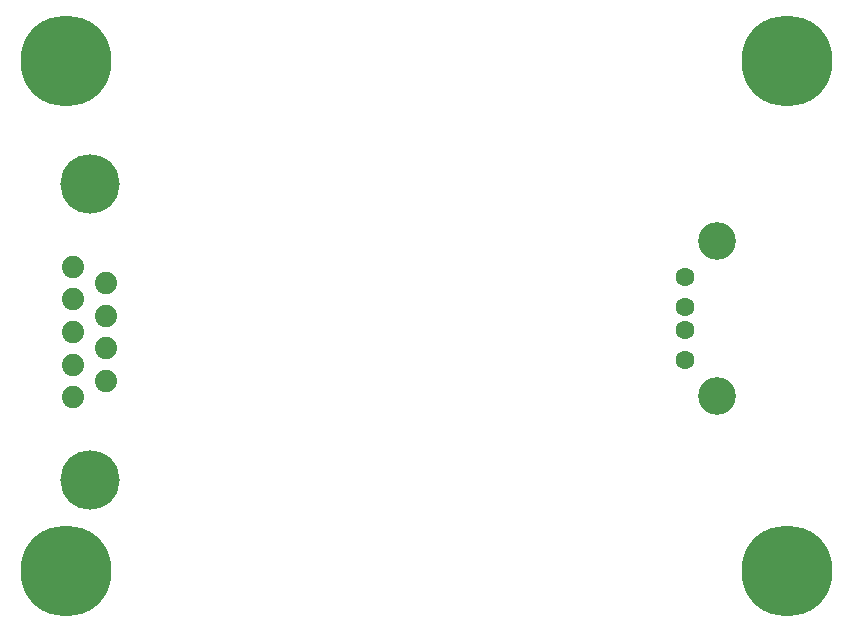
<source format=gbs>
G04*
G04 #@! TF.GenerationSoftware,Altium Limited,Altium Designer,20.1.10 (176)*
G04*
G04 Layer_Color=16711935*
%FSLAX25Y25*%
%MOIN*%
G70*
G04*
G04 #@! TF.SameCoordinates,3FE8EB72-B5E6-4F20-A0E2-AFB057232DD4*
G04*
G04*
G04 #@! TF.FilePolarity,Negative*
G04*
G01*
G75*
%ADD27C,0.07453*%
%ADD28C,0.19800*%
%ADD30C,0.06312*%
%ADD31C,0.30328*%
%ADD35C,0.12598*%
D27*
X22506Y78492D02*
D03*
X33688Y83945D02*
D03*
X22506Y89397D02*
D03*
X33688Y94850D02*
D03*
X22506Y100303D02*
D03*
X33688Y105756D02*
D03*
X22506Y111209D02*
D03*
X33688Y116661D02*
D03*
X22506Y122114D02*
D03*
D28*
X28097Y149496D02*
D03*
Y51110D02*
D03*
D30*
X226497Y91076D02*
D03*
Y118636D02*
D03*
Y100916D02*
D03*
Y108796D02*
D03*
D31*
X260700Y20500D02*
D03*
X20200D02*
D03*
X260700Y190800D02*
D03*
X20200D02*
D03*
D35*
X237197Y78956D02*
D03*
Y130696D02*
D03*
M02*

</source>
